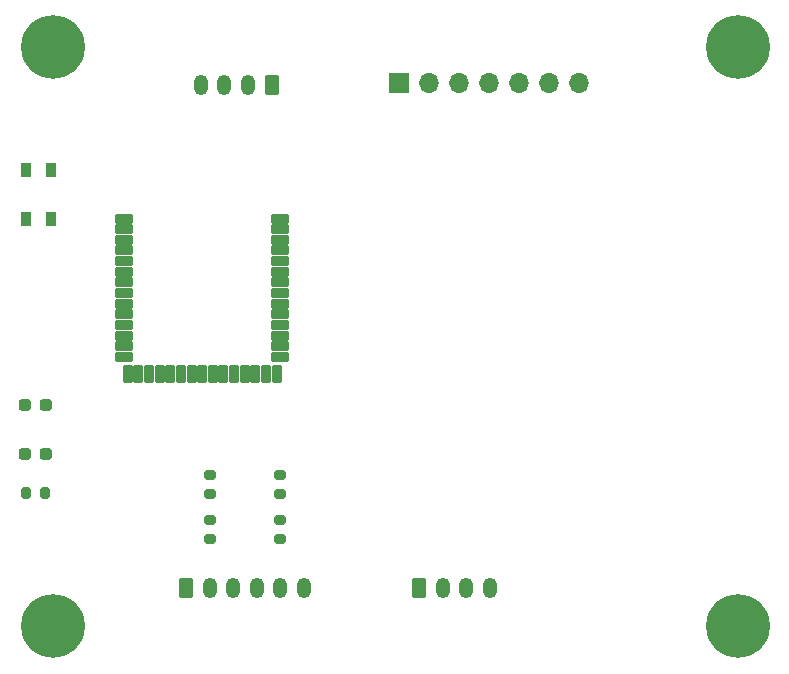
<source format=gbr>
%TF.GenerationSoftware,KiCad,Pcbnew,8.0.5*%
%TF.CreationDate,2024-11-08T11:27:06-05:00*%
%TF.ProjectId,psocpcb,70736f63-7063-4622-9e6b-696361645f70,rev?*%
%TF.SameCoordinates,Original*%
%TF.FileFunction,Soldermask,Top*%
%TF.FilePolarity,Negative*%
%FSLAX46Y46*%
G04 Gerber Fmt 4.6, Leading zero omitted, Abs format (unit mm)*
G04 Created by KiCad (PCBNEW 8.0.5) date 2024-11-08 11:27:06*
%MOMM*%
%LPD*%
G01*
G04 APERTURE LIST*
G04 Aperture macros list*
%AMRoundRect*
0 Rectangle with rounded corners*
0 $1 Rounding radius*
0 $2 $3 $4 $5 $6 $7 $8 $9 X,Y pos of 4 corners*
0 Add a 4 corners polygon primitive as box body*
4,1,4,$2,$3,$4,$5,$6,$7,$8,$9,$2,$3,0*
0 Add four circle primitives for the rounded corners*
1,1,$1+$1,$2,$3*
1,1,$1+$1,$4,$5*
1,1,$1+$1,$6,$7*
1,1,$1+$1,$8,$9*
0 Add four rect primitives between the rounded corners*
20,1,$1+$1,$2,$3,$4,$5,0*
20,1,$1+$1,$4,$5,$6,$7,0*
20,1,$1+$1,$6,$7,$8,$9,0*
20,1,$1+$1,$8,$9,$2,$3,0*%
G04 Aperture macros list end*
%ADD10RoundRect,0.200000X-0.200000X-0.275000X0.200000X-0.275000X0.200000X0.275000X-0.200000X0.275000X0*%
%ADD11RoundRect,0.237500X-0.287500X-0.237500X0.287500X-0.237500X0.287500X0.237500X-0.287500X0.237500X0*%
%ADD12C,3.100000*%
%ADD13C,5.400000*%
%ADD14R,1.700000X1.700000*%
%ADD15O,1.700000X1.700000*%
%ADD16RoundRect,0.250000X-0.350000X-0.625000X0.350000X-0.625000X0.350000X0.625000X-0.350000X0.625000X0*%
%ADD17O,1.200000X1.750000*%
%ADD18RoundRect,0.102000X-0.635000X-0.305000X0.635000X-0.305000X0.635000X0.305000X-0.635000X0.305000X0*%
%ADD19RoundRect,0.102000X-0.305000X-0.635000X0.305000X-0.635000X0.305000X0.635000X-0.305000X0.635000X0*%
%ADD20RoundRect,0.102000X-0.325000X0.525000X-0.325000X-0.525000X0.325000X-0.525000X0.325000X0.525000X0*%
%ADD21RoundRect,0.200000X-0.275000X0.200000X-0.275000X-0.200000X0.275000X-0.200000X0.275000X0.200000X0*%
%ADD22RoundRect,0.250000X0.350000X0.625000X-0.350000X0.625000X-0.350000X-0.625000X0.350000X-0.625000X0*%
G04 APERTURE END LIST*
D10*
%TO.C,R12*%
X105175000Y-74000000D03*
X106825000Y-74000000D03*
%TD*%
D11*
%TO.C,D2*%
X106875000Y-70700000D03*
X105125000Y-70700000D03*
%TD*%
D12*
%TO.C,H3*%
X107500000Y-85250000D03*
D13*
X107500000Y-85250000D03*
%TD*%
D14*
%TO.C,J4*%
X136750000Y-39250000D03*
D15*
X139290000Y-39250000D03*
X141830000Y-39250000D03*
X144370000Y-39250000D03*
X146910000Y-39250000D03*
X149450000Y-39250000D03*
X151990000Y-39250000D03*
%TD*%
D16*
%TO.C,J7*%
X118750000Y-82050000D03*
D17*
X120750000Y-82050000D03*
X122750000Y-82050000D03*
X124750000Y-82050000D03*
X126750000Y-82050000D03*
X128750000Y-82050000D03*
%TD*%
D18*
%TO.C,U1*%
X126750000Y-50750000D03*
X126750000Y-51650000D03*
X126750000Y-52550000D03*
X126750000Y-53450000D03*
X126750000Y-54360000D03*
X126750000Y-55260000D03*
X126750000Y-56160000D03*
X126750000Y-57060000D03*
X126750000Y-57960000D03*
X126750000Y-58860000D03*
X126750000Y-59770000D03*
X126750000Y-60670000D03*
X126750000Y-61570000D03*
X126750000Y-62470000D03*
D19*
X126440000Y-63940000D03*
X125540000Y-63940000D03*
X124640000Y-63940000D03*
X123740000Y-63940000D03*
X122840000Y-63940000D03*
X121930000Y-63940000D03*
X121030000Y-63940000D03*
X120130000Y-63940000D03*
X119230000Y-63940000D03*
X118330000Y-63940000D03*
X117430000Y-63940000D03*
X116520000Y-63940000D03*
X115620000Y-63940000D03*
X114720000Y-63940000D03*
X113820000Y-63940000D03*
D18*
X113510000Y-62470000D03*
X113510000Y-61570000D03*
X113510000Y-60670000D03*
X113510000Y-59770000D03*
X113510000Y-58860000D03*
X113510000Y-57960000D03*
X113510000Y-57060000D03*
X113510000Y-56160000D03*
X113510000Y-55260000D03*
X113510000Y-54360000D03*
X113510000Y-53450000D03*
X113510000Y-52550000D03*
X113510000Y-51650000D03*
X113510000Y-50750000D03*
%TD*%
D20*
%TO.C,S1*%
X107325000Y-46675000D03*
X107325000Y-50825000D03*
X105175000Y-46675000D03*
X105175000Y-50825000D03*
%TD*%
D21*
%TO.C,R7*%
X120750000Y-76250000D03*
X120750000Y-77900000D03*
%TD*%
D12*
%TO.C,H2*%
X165500000Y-36250000D03*
D13*
X165500000Y-36250000D03*
%TD*%
D21*
%TO.C,R9*%
X126750000Y-76250000D03*
X126750000Y-77900000D03*
%TD*%
D11*
%TO.C,D1*%
X105125000Y-66500000D03*
X106875000Y-66500000D03*
%TD*%
D21*
%TO.C,R3*%
X120750000Y-72425000D03*
X120750000Y-74075000D03*
%TD*%
D16*
%TO.C,J5*%
X138500000Y-82050000D03*
D17*
X140500000Y-82050000D03*
X142500000Y-82050000D03*
X144500000Y-82050000D03*
%TD*%
D12*
%TO.C,H4*%
X165500000Y-85250000D03*
D13*
X165500000Y-85250000D03*
%TD*%
D12*
%TO.C,H1*%
X107500000Y-36250000D03*
D13*
X107500000Y-36250000D03*
%TD*%
D22*
%TO.C,J6*%
X126000000Y-39450000D03*
D17*
X124000000Y-39450000D03*
X122000000Y-39450000D03*
X120000000Y-39450000D03*
%TD*%
D21*
%TO.C,R5*%
X126750000Y-72425000D03*
X126750000Y-74075000D03*
%TD*%
M02*

</source>
